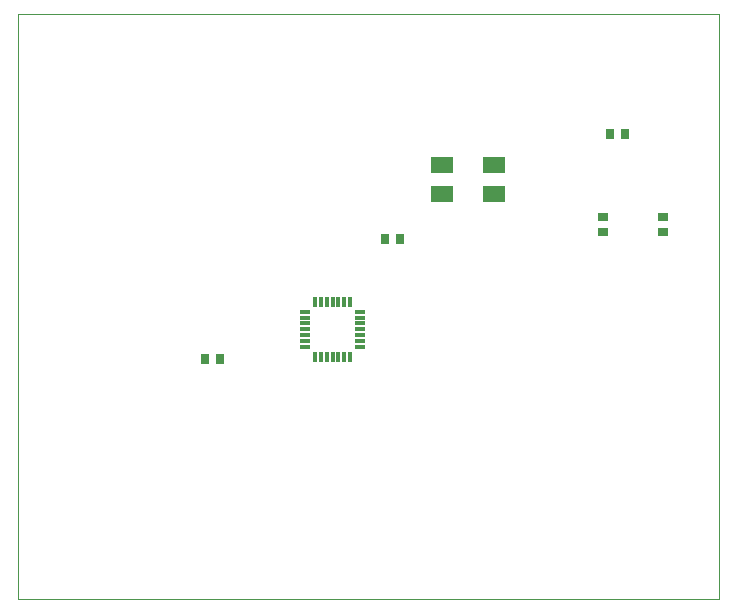
<source format=gtp>
G75*
%MOIN*%
%OFA0B0*%
%FSLAX25Y25*%
%IPPOS*%
%LPD*%
%AMOC8*
5,1,8,0,0,1.08239X$1,22.5*
%
%ADD10C,0.00000*%
%ADD11R,0.03543X0.02756*%
%ADD12R,0.02756X0.03543*%
%ADD13R,0.07480X0.05512*%
%ADD14R,0.03740X0.01181*%
%ADD15R,0.01181X0.03740*%
D10*
X0001000Y0017069D02*
X0001000Y0212030D01*
X0234701Y0212030D01*
X0234701Y0017069D01*
X0001000Y0017069D01*
D11*
X0196000Y0139510D03*
X0196000Y0144628D03*
X0216000Y0144628D03*
X0216000Y0139510D03*
D12*
X0203559Y0172069D03*
X0198441Y0172069D03*
X0128559Y0137069D03*
X0123441Y0137069D03*
X0068559Y0097069D03*
X0063441Y0097069D03*
D13*
X0142339Y0152345D03*
X0142339Y0161794D03*
X0159661Y0161794D03*
X0159661Y0152345D03*
D14*
X0115213Y0112975D03*
X0115213Y0111006D03*
X0115213Y0109038D03*
X0115213Y0107069D03*
X0115213Y0105101D03*
X0115213Y0103132D03*
X0115213Y0101164D03*
X0096787Y0101164D03*
X0096787Y0103132D03*
X0096787Y0105101D03*
X0096787Y0107069D03*
X0096787Y0109038D03*
X0096787Y0111006D03*
X0096787Y0112975D03*
D15*
X0100094Y0116282D03*
X0102063Y0116282D03*
X0104031Y0116282D03*
X0106000Y0116282D03*
X0107969Y0116282D03*
X0109937Y0116282D03*
X0111906Y0116282D03*
X0111906Y0097857D03*
X0109937Y0097857D03*
X0107969Y0097857D03*
X0106000Y0097857D03*
X0104031Y0097857D03*
X0102063Y0097857D03*
X0100094Y0097857D03*
M02*

</source>
